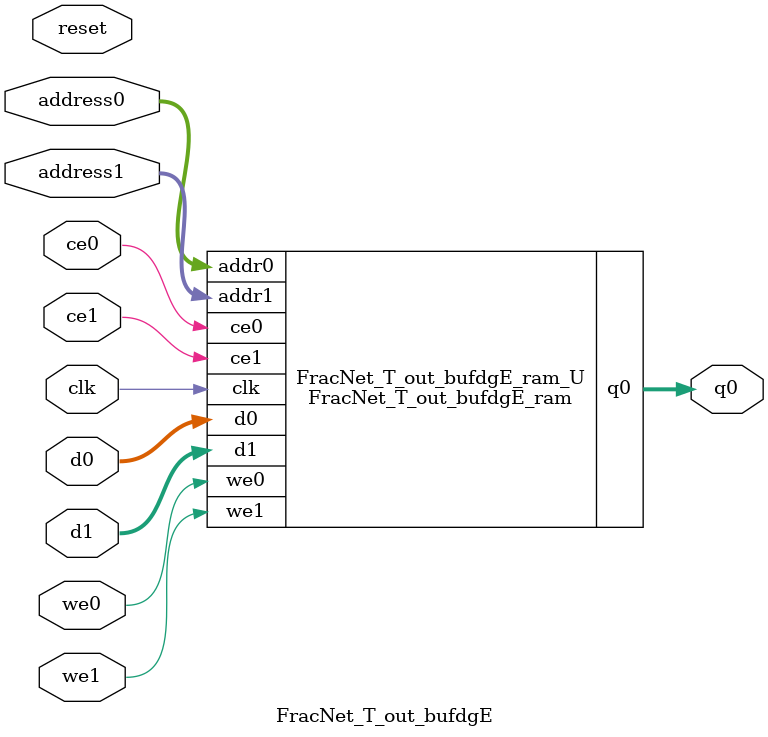
<source format=v>
`timescale 1 ns / 1 ps
module FracNet_T_out_bufdgE_ram (addr0, ce0, d0, we0, q0, addr1, ce1, d1, we1,  clk);

parameter DWIDTH = 16;
parameter AWIDTH = 11;
parameter MEM_SIZE = 1089;

input[AWIDTH-1:0] addr0;
input ce0;
input[DWIDTH-1:0] d0;
input we0;
output reg[DWIDTH-1:0] q0;
input[AWIDTH-1:0] addr1;
input ce1;
input[DWIDTH-1:0] d1;
input we1;
input clk;

(* ram_style = "block" *)reg [DWIDTH-1:0] ram[0:MEM_SIZE-1];




always @(posedge clk)  
begin 
    if (ce0) begin
        if (we0) 
            ram[addr0] <= d0; 
        q0 <= ram[addr0];
    end
end


always @(posedge clk)  
begin 
    if (ce1) begin
        if (we1) 
            ram[addr1] <= d1; 
    end
end


endmodule

`timescale 1 ns / 1 ps
module FracNet_T_out_bufdgE(
    reset,
    clk,
    address0,
    ce0,
    we0,
    d0,
    q0,
    address1,
    ce1,
    we1,
    d1);

parameter DataWidth = 32'd16;
parameter AddressRange = 32'd1089;
parameter AddressWidth = 32'd11;
input reset;
input clk;
input[AddressWidth - 1:0] address0;
input ce0;
input we0;
input[DataWidth - 1:0] d0;
output[DataWidth - 1:0] q0;
input[AddressWidth - 1:0] address1;
input ce1;
input we1;
input[DataWidth - 1:0] d1;



FracNet_T_out_bufdgE_ram FracNet_T_out_bufdgE_ram_U(
    .clk( clk ),
    .addr0( address0 ),
    .ce0( ce0 ),
    .we0( we0 ),
    .d0( d0 ),
    .q0( q0 ),
    .addr1( address1 ),
    .ce1( ce1 ),
    .we1( we1 ),
    .d1( d1 ));

endmodule


</source>
